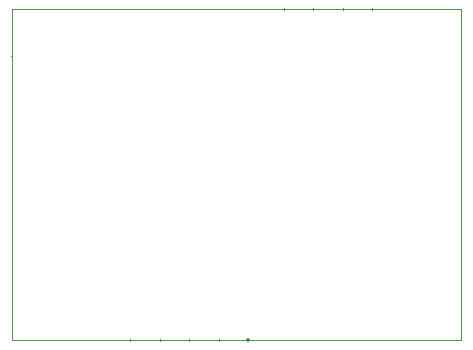
<source format=gbr>
%TF.GenerationSoftware,KiCad,Pcbnew,9.0.0*%
%TF.CreationDate,2025-04-24T15:41:49+01:00*%
%TF.ProjectId,rp2040_pogo_mh_0.2,72703230-3430-45f7-906f-676f5f6d685f,v0.2*%
%TF.SameCoordinates,Original*%
%TF.FileFunction,Other,User*%
%FSLAX45Y45*%
G04 Gerber Fmt 4.5, Leading zero omitted, Abs format (unit mm)*
G04 Created by KiCad (PCBNEW 9.0.0) date 2025-04-24 15:41:49*
%MOMM*%
%LPD*%
G01*
G04 APERTURE LIST*
%ADD10C,0.100000*%
%ADD11C,0.200000*%
%ADD12C,0.240000*%
%ADD13C,0.220000*%
%ADD14C,0.230000*%
%ADD15C,0.290000*%
%ADD16C,0.110000*%
%ADD17C,0.140000*%
%ADD18C,0.130000*%
%ADD19C,0.120000*%
%ADD20C,0.270000*%
%ADD21C,0.300000*%
%ADD22C,0.250000*%
%ADD23C,0.210000*%
%ADD24C,0.260000*%
%ADD25C,0.170000*%
%ADD26C,0.280000*%
G04 APERTURE END LIST*
D10*
X-1900000Y1400000D02*
X1900000Y1400000D01*
X1900000Y-1400000D01*
X-1900000Y-1400000D01*
X-1900000Y1400000D01*
D11*
%TO.C,GS9*%
X-600000Y1400000D02*
X-600000Y1400000D01*
D12*
%TO.C,GS15*%
X900000Y1400000D02*
X900000Y1400000D01*
D13*
%TO.C,GS13*%
X400000Y1400000D02*
X400000Y1400000D01*
D14*
%TO.C,GS14*%
X650000Y1400000D02*
X650000Y1400000D01*
D15*
%TO.C,GS7*%
X-150000Y-1400000D02*
X-150000Y-1400000D01*
D16*
%TO.C,GS3*%
X-1500000Y-1400000D02*
X-1500000Y-1400000D01*
D17*
%TO.C,GS12*%
X150000Y1400000D02*
X150000Y1400000D01*
D18*
%TO.C,GS1*%
X-1900000Y1000000D02*
X-1900000Y1000000D01*
D19*
%TO.C,GS2*%
X1900000Y-1000000D02*
X1900000Y-1000000D01*
D20*
%TO.C,GS5*%
X-650000Y-1400000D02*
X-650000Y-1400000D01*
D21*
%TO.C,GS8*%
X100000Y-1400000D02*
X100000Y-1400000D01*
D22*
%TO.C,GS16*%
X1150000Y1400000D02*
X1150000Y1400000D01*
D23*
%TO.C,GS11*%
X-100000Y1400000D02*
X-100000Y1400000D01*
D24*
%TO.C,GS4*%
X-900000Y-1400000D02*
X-900000Y-1400000D01*
D25*
%TO.C,GS10*%
X-350000Y1400000D02*
X-350000Y1400000D01*
D26*
%TO.C,GS6*%
X-400000Y-1400000D02*
X-400000Y-1400000D01*
%TD*%
M02*

</source>
